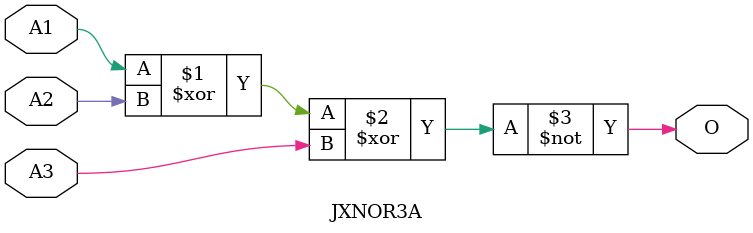
<source format=v>
module JXNOR3A(A1, A2, A3, O);
input   A1;
input   A2;
input   A3;
output  O;
xnor g0(O, A1, A2, A3);
endmodule
</source>
